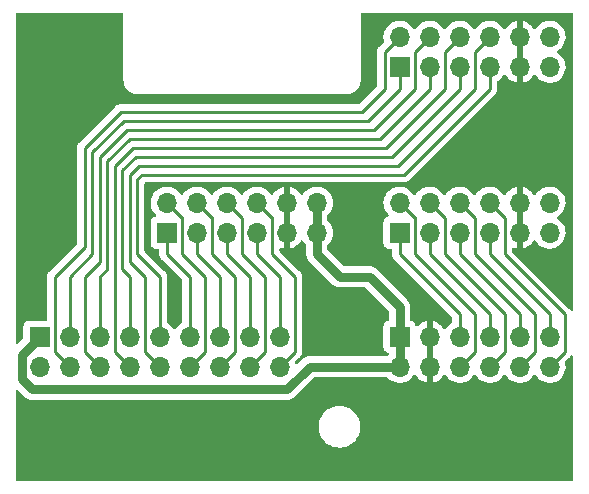
<source format=gbl>
G04 #@! TF.GenerationSoftware,KiCad,Pcbnew,6.0.9-8da3e8f707~116~ubuntu20.04.1*
G04 #@! TF.CreationDate,2022-12-23T11:26:31+01:00*
G04 #@! TF.ProjectId,z_pmod,7a5f706d-6f64-42e6-9b69-6361645f7063,rev?*
G04 #@! TF.SameCoordinates,Original*
G04 #@! TF.FileFunction,Copper,L2,Bot*
G04 #@! TF.FilePolarity,Positive*
%FSLAX46Y46*%
G04 Gerber Fmt 4.6, Leading zero omitted, Abs format (unit mm)*
G04 Created by KiCad (PCBNEW 6.0.9-8da3e8f707~116~ubuntu20.04.1) date 2022-12-23 11:26:31*
%MOMM*%
%LPD*%
G01*
G04 APERTURE LIST*
G04 #@! TA.AperFunction,ComponentPad*
%ADD10R,1.700000X1.700000*%
G04 #@! TD*
G04 #@! TA.AperFunction,ComponentPad*
%ADD11O,1.700000X1.700000*%
G04 #@! TD*
G04 #@! TA.AperFunction,Conductor*
%ADD12C,0.750000*%
G04 #@! TD*
G04 #@! TA.AperFunction,Conductor*
%ADD13C,0.250000*%
G04 #@! TD*
G04 APERTURE END LIST*
D10*
X144780000Y-96520000D03*
D11*
X144780000Y-99060000D03*
X147320000Y-96520000D03*
X147320000Y-99060000D03*
X149860000Y-96520000D03*
X149860000Y-99060000D03*
X152400000Y-96520000D03*
X152400000Y-99060000D03*
X154940000Y-96520000D03*
X154940000Y-99060000D03*
X157480000Y-96520000D03*
X157480000Y-99060000D03*
D10*
X114300000Y-96520000D03*
D11*
X114300000Y-99060000D03*
X116840000Y-96520000D03*
X116840000Y-99060000D03*
X119380000Y-96520000D03*
X119380000Y-99060000D03*
X121920000Y-96520000D03*
X121920000Y-99060000D03*
X124460000Y-96520000D03*
X124460000Y-99060000D03*
X127000000Y-96520000D03*
X127000000Y-99060000D03*
X129540000Y-96520000D03*
X129540000Y-99060000D03*
X132080000Y-96520000D03*
X132080000Y-99060000D03*
X134620000Y-96520000D03*
X134620000Y-99060000D03*
D10*
X125080000Y-87700000D03*
D11*
X125080000Y-85160000D03*
X127620000Y-87700000D03*
X127620000Y-85160000D03*
X130160000Y-87700000D03*
X130160000Y-85160000D03*
X132700000Y-87700000D03*
X132700000Y-85160000D03*
X135240000Y-87700000D03*
X135240000Y-85160000D03*
X137780000Y-87700000D03*
X137780000Y-85160000D03*
D10*
X144780000Y-73660000D03*
D11*
X144780000Y-71120000D03*
X147320000Y-73660000D03*
X147320000Y-71120000D03*
X149860000Y-73660000D03*
X149860000Y-71120000D03*
X152400000Y-73660000D03*
X152400000Y-71120000D03*
X154940000Y-73660000D03*
X154940000Y-71120000D03*
X157480000Y-73660000D03*
X157480000Y-71120000D03*
D10*
X144780000Y-87700000D03*
D11*
X144780000Y-85160000D03*
X147320000Y-87700000D03*
X147320000Y-85160000D03*
X149860000Y-87700000D03*
X149860000Y-85160000D03*
X152400000Y-87700000D03*
X152400000Y-85160000D03*
X154940000Y-87700000D03*
X154940000Y-85160000D03*
X157480000Y-87700000D03*
X157480000Y-85160000D03*
D12*
X137160000Y-99060000D02*
X144780000Y-99060000D01*
X137780000Y-87700000D02*
X137780000Y-89520000D01*
X112776000Y-98044000D02*
X112776000Y-100076000D01*
X137780000Y-89520000D02*
X139700000Y-91440000D01*
X113665000Y-100965000D02*
X135255000Y-100965000D01*
X114300000Y-96520000D02*
X112776000Y-98044000D01*
X142240000Y-91440000D02*
X144780000Y-93980000D01*
X139700000Y-91440000D02*
X142240000Y-91440000D01*
X144780000Y-93980000D02*
X144780000Y-96520000D01*
X137780000Y-87700000D02*
X137780000Y-85160000D01*
X144780000Y-96520000D02*
X144780000Y-99060000D01*
X135255000Y-100965000D02*
X137160000Y-99060000D01*
X112776000Y-100076000D02*
X113665000Y-100965000D01*
D13*
X118745000Y-80899000D02*
X118745000Y-89535000D01*
X118745000Y-89535000D02*
X116840000Y-91440000D01*
X121412000Y-78232000D02*
X118745000Y-80899000D01*
X116840000Y-91440000D02*
X116840000Y-96520000D01*
X142113000Y-78232000D02*
X121412000Y-78232000D01*
X144780000Y-73660000D02*
X144780000Y-75565000D01*
X144780000Y-75565000D02*
X142113000Y-78232000D01*
X141605000Y-77470000D02*
X143510000Y-75565000D01*
X118110000Y-80518000D02*
X121158000Y-77470000D01*
X143510000Y-72390000D02*
X144780000Y-71120000D01*
X143510000Y-75565000D02*
X143510000Y-72390000D01*
X116840000Y-99060000D02*
X115570000Y-97790000D01*
X121158000Y-77470000D02*
X141605000Y-77470000D01*
X115570000Y-91440000D02*
X118110000Y-88900000D01*
X118110000Y-88900000D02*
X118110000Y-80518000D01*
X115570000Y-97790000D02*
X115570000Y-91440000D01*
X147320000Y-73660000D02*
X147320000Y-75563604D01*
X121920000Y-79756000D02*
X120015000Y-81661000D01*
X119380000Y-91440000D02*
X119380000Y-96520000D01*
X143127604Y-79756000D02*
X121920000Y-79756000D01*
X120015000Y-90805000D02*
X119380000Y-91440000D01*
X120015000Y-81661000D02*
X120015000Y-90805000D01*
X147320000Y-75563604D02*
X143127604Y-79756000D01*
X147320000Y-71120000D02*
X146050000Y-72390000D01*
X119380000Y-90170000D02*
X118110000Y-91440000D01*
X142621000Y-78994000D02*
X121666000Y-78994000D01*
X121666000Y-78994000D02*
X119380000Y-81280000D01*
X146050000Y-75565000D02*
X142621000Y-78994000D01*
X119380000Y-81280000D02*
X119380000Y-90170000D01*
X118110000Y-97790000D02*
X119380000Y-99060000D01*
X118110000Y-91440000D02*
X118110000Y-97790000D01*
X146050000Y-72390000D02*
X146050000Y-75565000D01*
X121285000Y-82423000D02*
X121285000Y-90805000D01*
X144145000Y-81280000D02*
X122428000Y-81280000D01*
X149860000Y-75565000D02*
X144145000Y-81280000D01*
X121285000Y-90805000D02*
X121920000Y-91440000D01*
X121920000Y-91440000D02*
X121920000Y-96520000D01*
X122428000Y-81280000D02*
X121285000Y-82423000D01*
X149860000Y-73660000D02*
X149860000Y-75565000D01*
X120650000Y-97790000D02*
X120650000Y-82042000D01*
X122174000Y-80518000D02*
X143637000Y-80518000D01*
X148590000Y-75565000D02*
X148590000Y-72390000D01*
X120650000Y-82042000D02*
X122174000Y-80518000D01*
X121920000Y-99060000D02*
X120650000Y-97790000D01*
X148590000Y-72390000D02*
X149860000Y-71120000D01*
X143637000Y-80518000D02*
X148590000Y-75565000D01*
X122555000Y-83185000D02*
X122936000Y-82804000D01*
X122555000Y-89535000D02*
X122555000Y-83185000D01*
X124460000Y-96520000D02*
X124460000Y-91440000D01*
X124460000Y-91440000D02*
X122555000Y-89535000D01*
X152400000Y-75565000D02*
X152400000Y-73660000D01*
X145161000Y-82804000D02*
X152400000Y-75565000D01*
X122936000Y-82804000D02*
X145161000Y-82804000D01*
X151130000Y-75565000D02*
X151130000Y-72390000D01*
X122682000Y-82042000D02*
X144653000Y-82042000D01*
X121920000Y-82804000D02*
X122682000Y-82042000D01*
X123190000Y-91440000D02*
X121920000Y-90170000D01*
X151130000Y-72390000D02*
X152400000Y-71120000D01*
X144653000Y-82042000D02*
X151130000Y-75565000D01*
X123190000Y-97790000D02*
X123190000Y-91440000D01*
X121920000Y-90170000D02*
X121920000Y-82804000D01*
X124460000Y-99060000D02*
X123190000Y-97790000D01*
X149860000Y-94615000D02*
X149860000Y-96520000D01*
X144780000Y-87700000D02*
X144780000Y-89535000D01*
X144780000Y-89535000D02*
X149860000Y-94615000D01*
X146050000Y-89535000D02*
X151130000Y-94615000D01*
X151130000Y-94615000D02*
X151130000Y-97790000D01*
X144780000Y-85160000D02*
X145980000Y-86360000D01*
X145980000Y-86360000D02*
X146050000Y-86360000D01*
X146050000Y-86360000D02*
X146050000Y-89535000D01*
X151130000Y-97790000D02*
X149860000Y-99060000D01*
X147320000Y-87700000D02*
X147320000Y-89536041D01*
X147320000Y-89536041D02*
X152400000Y-94616041D01*
X152400000Y-94616041D02*
X152400000Y-96520000D01*
X153670000Y-97790000D02*
X152400000Y-99060000D01*
X153670000Y-94615000D02*
X153670000Y-97790000D01*
X148590000Y-89535000D02*
X153670000Y-94615000D01*
X147320000Y-85160000D02*
X148590000Y-86430000D01*
X148590000Y-86430000D02*
X148590000Y-89535000D01*
X154940000Y-94615000D02*
X154940000Y-96520000D01*
X149860000Y-89535000D02*
X154940000Y-94615000D01*
X149860000Y-87700000D02*
X149860000Y-89535000D01*
X156210000Y-94615000D02*
X156210000Y-97790000D01*
X149860000Y-85160000D02*
X151130000Y-86430000D01*
X151130000Y-86430000D02*
X151130000Y-89535000D01*
X151130000Y-89535000D02*
X156210000Y-94615000D01*
X156210000Y-97790000D02*
X154940000Y-99060000D01*
X152400000Y-87700000D02*
X152400000Y-89535000D01*
X157480000Y-94615000D02*
X157480000Y-96520000D01*
X152400000Y-89535000D02*
X157480000Y-94615000D01*
X152400000Y-85160000D02*
X153670000Y-86430000D01*
X158750000Y-94615000D02*
X158750000Y-97790000D01*
X158750000Y-97790000D02*
X157480000Y-99060000D01*
X153670000Y-89535000D02*
X158750000Y-94615000D01*
X153670000Y-86430000D02*
X153670000Y-89535000D01*
X127000000Y-91440000D02*
X127000000Y-96520000D01*
X125080000Y-89520000D02*
X127000000Y-91440000D01*
X125080000Y-87700000D02*
X125080000Y-89520000D01*
X126365000Y-89535000D02*
X126365000Y-86360000D01*
X126365000Y-86360000D02*
X126280000Y-86360000D01*
X128270000Y-91440000D02*
X126365000Y-89535000D01*
X128270000Y-97790000D02*
X128270000Y-91440000D01*
X127000000Y-99060000D02*
X128270000Y-97790000D01*
X126280000Y-86360000D02*
X125080000Y-85160000D01*
X129540000Y-91440000D02*
X129540000Y-96520000D01*
X127620000Y-87700000D02*
X127620000Y-89520000D01*
X127620000Y-89520000D02*
X129540000Y-91440000D01*
X130810000Y-91440000D02*
X130810000Y-97790000D01*
X128905000Y-89535000D02*
X130810000Y-91440000D01*
X128820000Y-86360000D02*
X128905000Y-86360000D01*
X127620000Y-85160000D02*
X128820000Y-86360000D01*
X130810000Y-97790000D02*
X129540000Y-99060000D01*
X128905000Y-86360000D02*
X128905000Y-89535000D01*
X130160000Y-89520000D02*
X132080000Y-91440000D01*
X132080000Y-91440000D02*
X132080000Y-96520000D01*
X130160000Y-87700000D02*
X130160000Y-89520000D01*
X131445000Y-86445000D02*
X131445000Y-89535000D01*
X131445000Y-89535000D02*
X133350000Y-91440000D01*
X133350000Y-91440000D02*
X133350000Y-97790000D01*
X133350000Y-97790000D02*
X132080000Y-99060000D01*
X130160000Y-85160000D02*
X131445000Y-86445000D01*
X132700000Y-89520000D02*
X134620000Y-91440000D01*
X134620000Y-91440000D02*
X134620000Y-96520000D01*
X132700000Y-87700000D02*
X132700000Y-89520000D01*
X134620000Y-99060000D02*
X135890000Y-97790000D01*
X135890000Y-97790000D02*
X135890000Y-91440000D01*
X135890000Y-91440000D02*
X133985000Y-89535000D01*
X133900000Y-86360000D02*
X132700000Y-85160000D01*
X133985000Y-86360000D02*
X133900000Y-86360000D01*
X133985000Y-89535000D02*
X133985000Y-86360000D01*
G04 #@! TA.AperFunction,Conductor*
G36*
X121255018Y-69090000D02*
G01*
X121269853Y-69092310D01*
X121269855Y-69092310D01*
X121278724Y-69093691D01*
X121284508Y-69092935D01*
X121350868Y-69113307D01*
X121396700Y-69167528D01*
X121405165Y-69208873D01*
X121406309Y-69208723D01*
X121406309Y-69208724D01*
X121406329Y-69208873D01*
X121410436Y-69240283D01*
X121411500Y-69256621D01*
X121411500Y-74753633D01*
X121410000Y-74773018D01*
X121407690Y-74787851D01*
X121407690Y-74787855D01*
X121406309Y-74796724D01*
X121407137Y-74803054D01*
X121412337Y-74862491D01*
X121424091Y-74996844D01*
X121424092Y-74996849D01*
X121424571Y-75002325D01*
X121476357Y-75195594D01*
X121478680Y-75200575D01*
X121478680Y-75200576D01*
X121558591Y-75371947D01*
X121558594Y-75371952D01*
X121560917Y-75376934D01*
X121564074Y-75381442D01*
X121671684Y-75535125D01*
X121675682Y-75540835D01*
X121817165Y-75682318D01*
X121821673Y-75685475D01*
X121821676Y-75685477D01*
X121825074Y-75687856D01*
X121981066Y-75797083D01*
X121986048Y-75799406D01*
X121986053Y-75799409D01*
X122157424Y-75879320D01*
X122162406Y-75881643D01*
X122167714Y-75883065D01*
X122167716Y-75883066D01*
X122350360Y-75932005D01*
X122350362Y-75932005D01*
X122355675Y-75933429D01*
X122515102Y-75947377D01*
X122525015Y-75948643D01*
X122530204Y-75949516D01*
X122537656Y-75950770D01*
X122537659Y-75950770D01*
X122542448Y-75951576D01*
X122548724Y-75951652D01*
X122550140Y-75951670D01*
X122550143Y-75951670D01*
X122555000Y-75951729D01*
X122582624Y-75947773D01*
X122600486Y-75946500D01*
X140281750Y-75946500D01*
X140302655Y-75948246D01*
X140317656Y-75950770D01*
X140317659Y-75950770D01*
X140322448Y-75951576D01*
X140328687Y-75951652D01*
X140330140Y-75951670D01*
X140330143Y-75951670D01*
X140335000Y-75951729D01*
X140347037Y-75950005D01*
X140353878Y-75949216D01*
X140421854Y-75943269D01*
X140528844Y-75933909D01*
X140528849Y-75933908D01*
X140534325Y-75933429D01*
X140539638Y-75932005D01*
X140539640Y-75932005D01*
X140722284Y-75883066D01*
X140722286Y-75883065D01*
X140727594Y-75881643D01*
X140732576Y-75879320D01*
X140903947Y-75799409D01*
X140903952Y-75799406D01*
X140908934Y-75797083D01*
X141064926Y-75687856D01*
X141068324Y-75685477D01*
X141068327Y-75685475D01*
X141072835Y-75682318D01*
X141214318Y-75540835D01*
X141218317Y-75535125D01*
X141325926Y-75381442D01*
X141329083Y-75376934D01*
X141331406Y-75371952D01*
X141331409Y-75371947D01*
X141411320Y-75200576D01*
X141411320Y-75200575D01*
X141413643Y-75195594D01*
X141465429Y-75002325D01*
X141479377Y-74842898D01*
X141480644Y-74832978D01*
X141480995Y-74830896D01*
X141483576Y-74815552D01*
X141483729Y-74803000D01*
X141479773Y-74775376D01*
X141478500Y-74757514D01*
X141478500Y-69268250D01*
X141480246Y-69247345D01*
X141482770Y-69232344D01*
X141482770Y-69232341D01*
X141483576Y-69227552D01*
X141483704Y-69217029D01*
X141504533Y-69149157D01*
X141558750Y-69103320D01*
X141598906Y-69095094D01*
X141598723Y-69093691D01*
X141598724Y-69093691D01*
X141630286Y-69089564D01*
X141646621Y-69088500D01*
X159335633Y-69088500D01*
X159355018Y-69090000D01*
X159369853Y-69092310D01*
X159369855Y-69092310D01*
X159378724Y-69093691D01*
X159384508Y-69092935D01*
X159450868Y-69113307D01*
X159496700Y-69167528D01*
X159505165Y-69208873D01*
X159506309Y-69208723D01*
X159506309Y-69208724D01*
X159506329Y-69208873D01*
X159510436Y-69240283D01*
X159511500Y-69256621D01*
X159511500Y-94197551D01*
X159491498Y-94265672D01*
X159437842Y-94312165D01*
X159367568Y-94322269D01*
X159302988Y-94292775D01*
X159277047Y-94261691D01*
X159258580Y-94230466D01*
X159254542Y-94223638D01*
X159240221Y-94209317D01*
X159227380Y-94194283D01*
X159220131Y-94184306D01*
X159215472Y-94177893D01*
X159181395Y-94149702D01*
X159172616Y-94141712D01*
X154340405Y-89309500D01*
X154306379Y-89247188D01*
X154303500Y-89220405D01*
X154303500Y-89093654D01*
X154323502Y-89025533D01*
X154377158Y-88979040D01*
X154447432Y-88968936D01*
X154474448Y-88975944D01*
X154554996Y-89006702D01*
X154564899Y-89009579D01*
X154668250Y-89030606D01*
X154682299Y-89029410D01*
X154686000Y-89019065D01*
X154686000Y-89018517D01*
X155194000Y-89018517D01*
X155198064Y-89032359D01*
X155211478Y-89034393D01*
X155218184Y-89033534D01*
X155228262Y-89031392D01*
X155432255Y-88970191D01*
X155441842Y-88966433D01*
X155633095Y-88872739D01*
X155641945Y-88867464D01*
X155815328Y-88743792D01*
X155823200Y-88737139D01*
X155974052Y-88586812D01*
X155980730Y-88578965D01*
X156108022Y-88401819D01*
X156109279Y-88402722D01*
X156156373Y-88359362D01*
X156226311Y-88347145D01*
X156291751Y-88374678D01*
X156319579Y-88406511D01*
X156379987Y-88505088D01*
X156526250Y-88673938D01*
X156698126Y-88816632D01*
X156891000Y-88929338D01*
X157099692Y-89009030D01*
X157104760Y-89010061D01*
X157104763Y-89010062D01*
X157180806Y-89025533D01*
X157318597Y-89053567D01*
X157323772Y-89053757D01*
X157323774Y-89053757D01*
X157536673Y-89061564D01*
X157536677Y-89061564D01*
X157541837Y-89061753D01*
X157546957Y-89061097D01*
X157546959Y-89061097D01*
X157758288Y-89034025D01*
X157758289Y-89034025D01*
X157763416Y-89033368D01*
X157768366Y-89031883D01*
X157972429Y-88970661D01*
X157972434Y-88970659D01*
X157977384Y-88969174D01*
X158177994Y-88870896D01*
X158359860Y-88741173D01*
X158406722Y-88694475D01*
X158503400Y-88598134D01*
X158518096Y-88583489D01*
X158648453Y-88402077D01*
X158661995Y-88374678D01*
X158745136Y-88206453D01*
X158745137Y-88206451D01*
X158747430Y-88201811D01*
X158812370Y-87988069D01*
X158841529Y-87766590D01*
X158843156Y-87700000D01*
X158824852Y-87477361D01*
X158770431Y-87260702D01*
X158681354Y-87055840D01*
X158560014Y-86868277D01*
X158409670Y-86703051D01*
X158405619Y-86699852D01*
X158405615Y-86699848D01*
X158238414Y-86567800D01*
X158238410Y-86567798D01*
X158234359Y-86564598D01*
X158193053Y-86541796D01*
X158143084Y-86491364D01*
X158128312Y-86421921D01*
X158153428Y-86355516D01*
X158180780Y-86328909D01*
X158224603Y-86297650D01*
X158359860Y-86201173D01*
X158406722Y-86154475D01*
X158514435Y-86047137D01*
X158518096Y-86043489D01*
X158521583Y-86038637D01*
X158645435Y-85866277D01*
X158648453Y-85862077D01*
X158661995Y-85834678D01*
X158745136Y-85666453D01*
X158745137Y-85666451D01*
X158747430Y-85661811D01*
X158812370Y-85448069D01*
X158841529Y-85226590D01*
X158843156Y-85160000D01*
X158824852Y-84937361D01*
X158770431Y-84720702D01*
X158681354Y-84515840D01*
X158560014Y-84328277D01*
X158409670Y-84163051D01*
X158405619Y-84159852D01*
X158405615Y-84159848D01*
X158238414Y-84027800D01*
X158238410Y-84027798D01*
X158234359Y-84024598D01*
X158198028Y-84004542D01*
X158182136Y-83995769D01*
X158038789Y-83916638D01*
X158033920Y-83914914D01*
X158033916Y-83914912D01*
X157833087Y-83843795D01*
X157833083Y-83843794D01*
X157828212Y-83842069D01*
X157823119Y-83841162D01*
X157823116Y-83841161D01*
X157613373Y-83803800D01*
X157613367Y-83803799D01*
X157608284Y-83802894D01*
X157534452Y-83801992D01*
X157390081Y-83800228D01*
X157390079Y-83800228D01*
X157384911Y-83800165D01*
X157164091Y-83833955D01*
X156951756Y-83903357D01*
X156753607Y-84006507D01*
X156749474Y-84009610D01*
X156749471Y-84009612D01*
X156725247Y-84027800D01*
X156574965Y-84140635D01*
X156420629Y-84302138D01*
X156313204Y-84459618D01*
X156312898Y-84460066D01*
X156257987Y-84505069D01*
X156187462Y-84513240D01*
X156123715Y-84481986D01*
X156103018Y-84457502D01*
X156022426Y-84332926D01*
X156016136Y-84324757D01*
X155872806Y-84167240D01*
X155865273Y-84160215D01*
X155698139Y-84028222D01*
X155689552Y-84022517D01*
X155503117Y-83919599D01*
X155493705Y-83915369D01*
X155292959Y-83844280D01*
X155282988Y-83841646D01*
X155211837Y-83828972D01*
X155198540Y-83830432D01*
X155194000Y-83844989D01*
X155194000Y-89018517D01*
X154686000Y-89018517D01*
X154686000Y-83843102D01*
X154682082Y-83829758D01*
X154667806Y-83827771D01*
X154629324Y-83833660D01*
X154619288Y-83836051D01*
X154416868Y-83902212D01*
X154407359Y-83906209D01*
X154218463Y-84004542D01*
X154209738Y-84010036D01*
X154039433Y-84137905D01*
X154031726Y-84144748D01*
X153884590Y-84298717D01*
X153878109Y-84306722D01*
X153773498Y-84460074D01*
X153718587Y-84505076D01*
X153648062Y-84513247D01*
X153584315Y-84481993D01*
X153563618Y-84457509D01*
X153482822Y-84332617D01*
X153482820Y-84332614D01*
X153480014Y-84328277D01*
X153329670Y-84163051D01*
X153325619Y-84159852D01*
X153325615Y-84159848D01*
X153158414Y-84027800D01*
X153158410Y-84027798D01*
X153154359Y-84024598D01*
X153118028Y-84004542D01*
X153102136Y-83995769D01*
X152958789Y-83916638D01*
X152953920Y-83914914D01*
X152953916Y-83914912D01*
X152753087Y-83843795D01*
X152753083Y-83843794D01*
X152748212Y-83842069D01*
X152743119Y-83841162D01*
X152743116Y-83841161D01*
X152533373Y-83803800D01*
X152533367Y-83803799D01*
X152528284Y-83802894D01*
X152454452Y-83801992D01*
X152310081Y-83800228D01*
X152310079Y-83800228D01*
X152304911Y-83800165D01*
X152084091Y-83833955D01*
X151871756Y-83903357D01*
X151673607Y-84006507D01*
X151669474Y-84009610D01*
X151669471Y-84009612D01*
X151645247Y-84027800D01*
X151494965Y-84140635D01*
X151340629Y-84302138D01*
X151233201Y-84459621D01*
X151178293Y-84504621D01*
X151107768Y-84512792D01*
X151044021Y-84481538D01*
X151023324Y-84457054D01*
X150942822Y-84332617D01*
X150942820Y-84332614D01*
X150940014Y-84328277D01*
X150789670Y-84163051D01*
X150785619Y-84159852D01*
X150785615Y-84159848D01*
X150618414Y-84027800D01*
X150618410Y-84027798D01*
X150614359Y-84024598D01*
X150578028Y-84004542D01*
X150562136Y-83995769D01*
X150418789Y-83916638D01*
X150413920Y-83914914D01*
X150413916Y-83914912D01*
X150213087Y-83843795D01*
X150213083Y-83843794D01*
X150208212Y-83842069D01*
X150203119Y-83841162D01*
X150203116Y-83841161D01*
X149993373Y-83803800D01*
X149993367Y-83803799D01*
X149988284Y-83802894D01*
X149914452Y-83801992D01*
X149770081Y-83800228D01*
X149770079Y-83800228D01*
X149764911Y-83800165D01*
X149544091Y-83833955D01*
X149331756Y-83903357D01*
X149133607Y-84006507D01*
X149129474Y-84009610D01*
X149129471Y-84009612D01*
X149105247Y-84027800D01*
X148954965Y-84140635D01*
X148800629Y-84302138D01*
X148693201Y-84459621D01*
X148638293Y-84504621D01*
X148567768Y-84512792D01*
X148504021Y-84481538D01*
X148483324Y-84457054D01*
X148402822Y-84332617D01*
X148402820Y-84332614D01*
X148400014Y-84328277D01*
X148249670Y-84163051D01*
X148245619Y-84159852D01*
X148245615Y-84159848D01*
X148078414Y-84027800D01*
X148078410Y-84027798D01*
X148074359Y-84024598D01*
X148038028Y-84004542D01*
X148022136Y-83995769D01*
X147878789Y-83916638D01*
X147873920Y-83914914D01*
X147873916Y-83914912D01*
X147673087Y-83843795D01*
X147673083Y-83843794D01*
X147668212Y-83842069D01*
X147663119Y-83841162D01*
X147663116Y-83841161D01*
X147453373Y-83803800D01*
X147453367Y-83803799D01*
X147448284Y-83802894D01*
X147374452Y-83801992D01*
X147230081Y-83800228D01*
X147230079Y-83800228D01*
X147224911Y-83800165D01*
X147004091Y-83833955D01*
X146791756Y-83903357D01*
X146593607Y-84006507D01*
X146589474Y-84009610D01*
X146589471Y-84009612D01*
X146565247Y-84027800D01*
X146414965Y-84140635D01*
X146260629Y-84302138D01*
X146153201Y-84459621D01*
X146098293Y-84504621D01*
X146027768Y-84512792D01*
X145964021Y-84481538D01*
X145943324Y-84457054D01*
X145862822Y-84332617D01*
X145862820Y-84332614D01*
X145860014Y-84328277D01*
X145709670Y-84163051D01*
X145705619Y-84159852D01*
X145705615Y-84159848D01*
X145538414Y-84027800D01*
X145538410Y-84027798D01*
X145534359Y-84024598D01*
X145498028Y-84004542D01*
X145482136Y-83995769D01*
X145338789Y-83916638D01*
X145333920Y-83914914D01*
X145333916Y-83914912D01*
X145133087Y-83843795D01*
X145133083Y-83843794D01*
X145128212Y-83842069D01*
X145123119Y-83841162D01*
X145123116Y-83841161D01*
X144913373Y-83803800D01*
X144913367Y-83803799D01*
X144908284Y-83802894D01*
X144834452Y-83801992D01*
X144690081Y-83800228D01*
X144690079Y-83800228D01*
X144684911Y-83800165D01*
X144464091Y-83833955D01*
X144251756Y-83903357D01*
X144053607Y-84006507D01*
X144049474Y-84009610D01*
X144049471Y-84009612D01*
X144025247Y-84027800D01*
X143874965Y-84140635D01*
X143720629Y-84302138D01*
X143594743Y-84486680D01*
X143500688Y-84689305D01*
X143440989Y-84904570D01*
X143417251Y-85126695D01*
X143417548Y-85131848D01*
X143417548Y-85131851D01*
X143423011Y-85226590D01*
X143430110Y-85349715D01*
X143431247Y-85354761D01*
X143431248Y-85354767D01*
X143451119Y-85442939D01*
X143479222Y-85567639D01*
X143563266Y-85774616D01*
X143565965Y-85779020D01*
X143677291Y-85960688D01*
X143679987Y-85965088D01*
X143826250Y-86133938D01*
X143830230Y-86137242D01*
X143834981Y-86141187D01*
X143874616Y-86200090D01*
X143876113Y-86271071D01*
X143838997Y-86331593D01*
X143798725Y-86356112D01*
X143757675Y-86371501D01*
X143683295Y-86399385D01*
X143566739Y-86486739D01*
X143479385Y-86603295D01*
X143428255Y-86739684D01*
X143421500Y-86801866D01*
X143421500Y-88598134D01*
X143428255Y-88660316D01*
X143479385Y-88796705D01*
X143566739Y-88913261D01*
X143683295Y-89000615D01*
X143819684Y-89051745D01*
X143881866Y-89058500D01*
X144020500Y-89058500D01*
X144088621Y-89078502D01*
X144135114Y-89132158D01*
X144146500Y-89184500D01*
X144146500Y-89456233D01*
X144145973Y-89467416D01*
X144144298Y-89474909D01*
X144144547Y-89482835D01*
X144144547Y-89482836D01*
X144146438Y-89542986D01*
X144146500Y-89546945D01*
X144146500Y-89574856D01*
X144146997Y-89578790D01*
X144146997Y-89578791D01*
X144147005Y-89578856D01*
X144147938Y-89590693D01*
X144149327Y-89634889D01*
X144154408Y-89652377D01*
X144154978Y-89654339D01*
X144158987Y-89673700D01*
X144161526Y-89693797D01*
X144164445Y-89701168D01*
X144164445Y-89701170D01*
X144177804Y-89734912D01*
X144181649Y-89746142D01*
X144193982Y-89788593D01*
X144198015Y-89795412D01*
X144198017Y-89795417D01*
X144204293Y-89806028D01*
X144212988Y-89823776D01*
X144220448Y-89842617D01*
X144225110Y-89849033D01*
X144225110Y-89849034D01*
X144246436Y-89878387D01*
X144252952Y-89888307D01*
X144275458Y-89926362D01*
X144289779Y-89940683D01*
X144302619Y-89955716D01*
X144314528Y-89972107D01*
X144345775Y-89997957D01*
X144348605Y-90000298D01*
X144357384Y-90008288D01*
X149189595Y-94840500D01*
X149223621Y-94902812D01*
X149226500Y-94929595D01*
X149226500Y-95241692D01*
X149206498Y-95309813D01*
X149158683Y-95353453D01*
X149133607Y-95366507D01*
X149129474Y-95369610D01*
X149129471Y-95369612D01*
X148959100Y-95497530D01*
X148954965Y-95500635D01*
X148800629Y-95662138D01*
X148693204Y-95819618D01*
X148692898Y-95820066D01*
X148637987Y-95865069D01*
X148567462Y-95873240D01*
X148503715Y-95841986D01*
X148483018Y-95817502D01*
X148402426Y-95692926D01*
X148396136Y-95684757D01*
X148252806Y-95527240D01*
X148245273Y-95520215D01*
X148078139Y-95388222D01*
X148069552Y-95382517D01*
X147883117Y-95279599D01*
X147873705Y-95275369D01*
X147672959Y-95204280D01*
X147662988Y-95201646D01*
X147591837Y-95188972D01*
X147578540Y-95190432D01*
X147574000Y-95204989D01*
X147574000Y-100378517D01*
X147578064Y-100392359D01*
X147591478Y-100394393D01*
X147598184Y-100393534D01*
X147608262Y-100391392D01*
X147812255Y-100330191D01*
X147821842Y-100326433D01*
X148013095Y-100232739D01*
X148021945Y-100227464D01*
X148195328Y-100103792D01*
X148203200Y-100097139D01*
X148354052Y-99946812D01*
X148360730Y-99938965D01*
X148488022Y-99761819D01*
X148489279Y-99762722D01*
X148536373Y-99719362D01*
X148606311Y-99707145D01*
X148671751Y-99734678D01*
X148699579Y-99766511D01*
X148759987Y-99865088D01*
X148906250Y-100033938D01*
X149078126Y-100176632D01*
X149271000Y-100289338D01*
X149479692Y-100369030D01*
X149484760Y-100370061D01*
X149484763Y-100370062D01*
X149579862Y-100389410D01*
X149698597Y-100413567D01*
X149703772Y-100413757D01*
X149703774Y-100413757D01*
X149916673Y-100421564D01*
X149916677Y-100421564D01*
X149921837Y-100421753D01*
X149926957Y-100421097D01*
X149926959Y-100421097D01*
X150138288Y-100394025D01*
X150138289Y-100394025D01*
X150143416Y-100393368D01*
X150148366Y-100391883D01*
X150352429Y-100330661D01*
X150352434Y-100330659D01*
X150357384Y-100329174D01*
X150557994Y-100230896D01*
X150739860Y-100101173D01*
X150898096Y-99943489D01*
X151028453Y-99762077D01*
X151029776Y-99763028D01*
X151076645Y-99719857D01*
X151146580Y-99707625D01*
X151212026Y-99735144D01*
X151239875Y-99766994D01*
X151299987Y-99865088D01*
X151446250Y-100033938D01*
X151618126Y-100176632D01*
X151811000Y-100289338D01*
X152019692Y-100369030D01*
X152024760Y-100370061D01*
X152024763Y-100370062D01*
X152119862Y-100389410D01*
X152238597Y-100413567D01*
X152243772Y-100413757D01*
X152243774Y-100413757D01*
X152456673Y-100421564D01*
X152456677Y-100421564D01*
X152461837Y-100421753D01*
X152466957Y-100421097D01*
X152466959Y-100421097D01*
X152678288Y-100394025D01*
X152678289Y-100394025D01*
X152683416Y-100393368D01*
X152688366Y-100391883D01*
X152892429Y-100330661D01*
X152892434Y-100330659D01*
X152897384Y-100329174D01*
X153097994Y-100230896D01*
X153279860Y-100101173D01*
X153438096Y-99943489D01*
X153568453Y-99762077D01*
X153569776Y-99763028D01*
X153616645Y-99719857D01*
X153686580Y-99707625D01*
X153752026Y-99735144D01*
X153779875Y-99766994D01*
X153839987Y-99865088D01*
X153986250Y-100033938D01*
X154158126Y-100176632D01*
X154351000Y-100289338D01*
X154559692Y-100369030D01*
X154564760Y-100370061D01*
X154564763Y-100370062D01*
X154659862Y-100389410D01*
X154778597Y-100413567D01*
X154783772Y-100413757D01*
X154783774Y-100413757D01*
X154996673Y-100421564D01*
X154996677Y-100421564D01*
X155001837Y-100421753D01*
X155006957Y-100421097D01*
X155006959Y-100421097D01*
X155218288Y-100394025D01*
X155218289Y-100394025D01*
X155223416Y-100393368D01*
X155228366Y-100391883D01*
X155432429Y-100330661D01*
X155432434Y-100330659D01*
X155437384Y-100329174D01*
X155637994Y-100230896D01*
X155819860Y-100101173D01*
X155978096Y-99943489D01*
X156108453Y-99762077D01*
X156109776Y-99763028D01*
X156156645Y-99719857D01*
X156226580Y-99707625D01*
X156292026Y-99735144D01*
X156319875Y-99766994D01*
X156379987Y-99865088D01*
X156526250Y-100033938D01*
X156698126Y-100176632D01*
X156891000Y-100289338D01*
X157099692Y-100369030D01*
X157104760Y-100370061D01*
X157104763Y-100370062D01*
X157199862Y-100389410D01*
X157318597Y-100413567D01*
X157323772Y-100413757D01*
X157323774Y-100413757D01*
X157536673Y-100421564D01*
X157536677Y-100421564D01*
X157541837Y-100421753D01*
X157546957Y-100421097D01*
X157546959Y-100421097D01*
X157758288Y-100394025D01*
X157758289Y-100394025D01*
X157763416Y-100393368D01*
X157768366Y-100391883D01*
X157972429Y-100330661D01*
X157972434Y-100330659D01*
X157977384Y-100329174D01*
X158177994Y-100230896D01*
X158359860Y-100101173D01*
X158518096Y-99943489D01*
X158648453Y-99762077D01*
X158661995Y-99734678D01*
X158745136Y-99566453D01*
X158745137Y-99566451D01*
X158747430Y-99561811D01*
X158812370Y-99348069D01*
X158841529Y-99126590D01*
X158843156Y-99060000D01*
X158824852Y-98837361D01*
X158796821Y-98725765D01*
X158799625Y-98654823D01*
X158829930Y-98605974D01*
X159142247Y-98293657D01*
X159150537Y-98286113D01*
X159157018Y-98282000D01*
X159203659Y-98232332D01*
X159206413Y-98229491D01*
X159226134Y-98209770D01*
X159228612Y-98206575D01*
X159236318Y-98197553D01*
X159244718Y-98188608D01*
X159266586Y-98165321D01*
X159275085Y-98149861D01*
X159325430Y-98099802D01*
X159394846Y-98084908D01*
X159461296Y-98109908D01*
X159503680Y-98166865D01*
X159511500Y-98210561D01*
X159511500Y-108535633D01*
X159510000Y-108555018D01*
X159506309Y-108578724D01*
X159507065Y-108584508D01*
X159486693Y-108650868D01*
X159432472Y-108696700D01*
X159391127Y-108705165D01*
X159391277Y-108706309D01*
X159391276Y-108706309D01*
X159359714Y-108710436D01*
X159343379Y-108711500D01*
X112444367Y-108711500D01*
X112424982Y-108710000D01*
X112410148Y-108707690D01*
X112410145Y-108707690D01*
X112401276Y-108706309D01*
X112396065Y-108706990D01*
X112329984Y-108686706D01*
X112284150Y-108632486D01*
X112273671Y-108589778D01*
X112273729Y-108585000D01*
X112269773Y-108557376D01*
X112268500Y-108539514D01*
X112268500Y-104247655D01*
X137939858Y-104247655D01*
X137975104Y-104506638D01*
X137976412Y-104511124D01*
X137976412Y-104511126D01*
X137996098Y-104578664D01*
X138048243Y-104757567D01*
X138157668Y-104994928D01*
X138160231Y-104998837D01*
X138298410Y-105209596D01*
X138298414Y-105209601D01*
X138300976Y-105213509D01*
X138475018Y-105408506D01*
X138675970Y-105575637D01*
X138679973Y-105578066D01*
X138895422Y-105708804D01*
X138895426Y-105708806D01*
X138899419Y-105711229D01*
X139140455Y-105812303D01*
X139393783Y-105876641D01*
X139398434Y-105877109D01*
X139398438Y-105877110D01*
X139591308Y-105896531D01*
X139610867Y-105898500D01*
X139766354Y-105898500D01*
X139768679Y-105898327D01*
X139768685Y-105898327D01*
X139956000Y-105884407D01*
X139956004Y-105884406D01*
X139960652Y-105884061D01*
X139965200Y-105883032D01*
X139965206Y-105883031D01*
X140151601Y-105840853D01*
X140215577Y-105826377D01*
X140251769Y-105812303D01*
X140454824Y-105733340D01*
X140454827Y-105733339D01*
X140459177Y-105731647D01*
X140686098Y-105601951D01*
X140891357Y-105440138D01*
X141070443Y-105249763D01*
X141219424Y-105035009D01*
X141335025Y-104800593D01*
X141414707Y-104551665D01*
X141456721Y-104293693D01*
X141460142Y-104032345D01*
X141424896Y-103773362D01*
X141410473Y-103723877D01*
X141353068Y-103526932D01*
X141351757Y-103522433D01*
X141242332Y-103285072D01*
X141209519Y-103235024D01*
X141101590Y-103070404D01*
X141101586Y-103070399D01*
X141099024Y-103066491D01*
X140924982Y-102871494D01*
X140724030Y-102704363D01*
X140676844Y-102675730D01*
X140504578Y-102571196D01*
X140504574Y-102571194D01*
X140500581Y-102568771D01*
X140259545Y-102467697D01*
X140006217Y-102403359D01*
X140001566Y-102402891D01*
X140001562Y-102402890D01*
X139792271Y-102381816D01*
X139789133Y-102381500D01*
X139633646Y-102381500D01*
X139631321Y-102381673D01*
X139631315Y-102381673D01*
X139444000Y-102395593D01*
X139443996Y-102395594D01*
X139439348Y-102395939D01*
X139434800Y-102396968D01*
X139434794Y-102396969D01*
X139248399Y-102439147D01*
X139184423Y-102453623D01*
X139180071Y-102455315D01*
X139180069Y-102455316D01*
X138945176Y-102546660D01*
X138945173Y-102546661D01*
X138940823Y-102548353D01*
X138713902Y-102678049D01*
X138508643Y-102839862D01*
X138329557Y-103030237D01*
X138180576Y-103244991D01*
X138064975Y-103479407D01*
X137985293Y-103728335D01*
X137943279Y-103986307D01*
X137939858Y-104247655D01*
X112268500Y-104247655D01*
X112268500Y-101122149D01*
X112288502Y-101054028D01*
X112342158Y-101007535D01*
X112412432Y-100997431D01*
X112477012Y-101026925D01*
X112483595Y-101033053D01*
X112984088Y-101533545D01*
X112996930Y-101548581D01*
X113004815Y-101559434D01*
X113009725Y-101563855D01*
X113009726Y-101563856D01*
X113054194Y-101603895D01*
X113058970Y-101608427D01*
X113073015Y-101622472D01*
X113075575Y-101624545D01*
X113075576Y-101624546D01*
X113088443Y-101634966D01*
X113093453Y-101639246D01*
X113137921Y-101679284D01*
X113137926Y-101679288D01*
X113142831Y-101683704D01*
X113148543Y-101687002D01*
X113148546Y-101687004D01*
X113154446Y-101690410D01*
X113170741Y-101701609D01*
X113181161Y-101710047D01*
X113240363Y-101740213D01*
X113246133Y-101743346D01*
X113297945Y-101773260D01*
X113297950Y-101773262D01*
X113303669Y-101776564D01*
X113309949Y-101778605D01*
X113309957Y-101778608D01*
X113316421Y-101780708D01*
X113334683Y-101788272D01*
X113340749Y-101791363D01*
X113340758Y-101791366D01*
X113346637Y-101794362D01*
X113353015Y-101796071D01*
X113410804Y-101811556D01*
X113417106Y-101813422D01*
X113480298Y-101833954D01*
X113493205Y-101835311D01*
X113493628Y-101835355D01*
X113513071Y-101838958D01*
X113526029Y-101842430D01*
X113532619Y-101842775D01*
X113532623Y-101842776D01*
X113576573Y-101845079D01*
X113592372Y-101845907D01*
X113598931Y-101846423D01*
X113618694Y-101848500D01*
X113638555Y-101848500D01*
X113645150Y-101848673D01*
X113704902Y-101851805D01*
X113704906Y-101851805D01*
X113711493Y-101852150D01*
X113724747Y-101850051D01*
X113744456Y-101848500D01*
X135175543Y-101848500D01*
X135195255Y-101850051D01*
X135208507Y-101852150D01*
X135215094Y-101851805D01*
X135215098Y-101851805D01*
X135274850Y-101848673D01*
X135281445Y-101848500D01*
X135301306Y-101848500D01*
X135321069Y-101846423D01*
X135327628Y-101845907D01*
X135343427Y-101845079D01*
X135387377Y-101842776D01*
X135387381Y-101842775D01*
X135393971Y-101842430D01*
X135406929Y-101838958D01*
X135426372Y-101835355D01*
X135426795Y-101835311D01*
X135439702Y-101833954D01*
X135502894Y-101813422D01*
X135509196Y-101811556D01*
X135566985Y-101796071D01*
X135573363Y-101794362D01*
X135579242Y-101791366D01*
X135579251Y-101791363D01*
X135585317Y-101788272D01*
X135603579Y-101780708D01*
X135610043Y-101778608D01*
X135610051Y-101778605D01*
X135616331Y-101776564D01*
X135622050Y-101773262D01*
X135622055Y-101773260D01*
X135673867Y-101743346D01*
X135679637Y-101740213D01*
X135738839Y-101710047D01*
X135749259Y-101701609D01*
X135765552Y-101690411D01*
X135765903Y-101690209D01*
X135777169Y-101683704D01*
X135782075Y-101679287D01*
X135782080Y-101679283D01*
X135826538Y-101639253D01*
X135831554Y-101634969D01*
X135844409Y-101624559D01*
X135844412Y-101624556D01*
X135846986Y-101622472D01*
X135861031Y-101608427D01*
X135865816Y-101603886D01*
X135910274Y-101563856D01*
X135910275Y-101563855D01*
X135915185Y-101559434D01*
X135923075Y-101548574D01*
X135935912Y-101533546D01*
X137489052Y-99980405D01*
X137551364Y-99946380D01*
X137578147Y-99943500D01*
X143690357Y-99943500D01*
X143758478Y-99963502D01*
X143785589Y-99986998D01*
X143826250Y-100033938D01*
X143998126Y-100176632D01*
X144191000Y-100289338D01*
X144399692Y-100369030D01*
X144404760Y-100370061D01*
X144404763Y-100370062D01*
X144499862Y-100389410D01*
X144618597Y-100413567D01*
X144623772Y-100413757D01*
X144623774Y-100413757D01*
X144836673Y-100421564D01*
X144836677Y-100421564D01*
X144841837Y-100421753D01*
X144846957Y-100421097D01*
X144846959Y-100421097D01*
X145058288Y-100394025D01*
X145058289Y-100394025D01*
X145063416Y-100393368D01*
X145068366Y-100391883D01*
X145272429Y-100330661D01*
X145272434Y-100330659D01*
X145277384Y-100329174D01*
X145477994Y-100230896D01*
X145659860Y-100101173D01*
X145818096Y-99943489D01*
X145948453Y-99762077D01*
X145949640Y-99762930D01*
X145996960Y-99719362D01*
X146066897Y-99707145D01*
X146132338Y-99734678D01*
X146160166Y-99766511D01*
X146217694Y-99860388D01*
X146223777Y-99868699D01*
X146363213Y-100029667D01*
X146370580Y-100036883D01*
X146534434Y-100172916D01*
X146542881Y-100178831D01*
X146726756Y-100286279D01*
X146736042Y-100290729D01*
X146935001Y-100366703D01*
X146944899Y-100369579D01*
X147048250Y-100390606D01*
X147062299Y-100389410D01*
X147066000Y-100379065D01*
X147066000Y-95203102D01*
X147062082Y-95189758D01*
X147047806Y-95187771D01*
X147009324Y-95193660D01*
X146999288Y-95196051D01*
X146796868Y-95262212D01*
X146787359Y-95266209D01*
X146598463Y-95364542D01*
X146589738Y-95370036D01*
X146419433Y-95497905D01*
X146411726Y-95504748D01*
X146334478Y-95585584D01*
X146272954Y-95621014D01*
X146202042Y-95617557D01*
X146144255Y-95576311D01*
X146125402Y-95542763D01*
X146083767Y-95431703D01*
X146080615Y-95423295D01*
X145993261Y-95306739D01*
X145876705Y-95219385D01*
X145838304Y-95204989D01*
X145745270Y-95170112D01*
X145688506Y-95127470D01*
X145663806Y-95060909D01*
X145663500Y-95052130D01*
X145663500Y-94059450D01*
X145665051Y-94039739D01*
X145666117Y-94033009D01*
X145667149Y-94026493D01*
X145663673Y-93960168D01*
X145663500Y-93953574D01*
X145663500Y-93933694D01*
X145661422Y-93913920D01*
X145660905Y-93907346D01*
X145657775Y-93847627D01*
X145657775Y-93847626D01*
X145657429Y-93841028D01*
X145655719Y-93834646D01*
X145655718Y-93834639D01*
X145653958Y-93828069D01*
X145650356Y-93808635D01*
X145649645Y-93801870D01*
X145649645Y-93801869D01*
X145648954Y-93795298D01*
X145628427Y-93732122D01*
X145626555Y-93725803D01*
X145611071Y-93668013D01*
X145611069Y-93668008D01*
X145609362Y-93661637D01*
X145606366Y-93655756D01*
X145606364Y-93655752D01*
X145603272Y-93649683D01*
X145595708Y-93631421D01*
X145593605Y-93624949D01*
X145593603Y-93624945D01*
X145591564Y-93618669D01*
X145588263Y-93612951D01*
X145558347Y-93561135D01*
X145555199Y-93555338D01*
X145528042Y-93502038D01*
X145525047Y-93496160D01*
X145516607Y-93485737D01*
X145505413Y-93469451D01*
X145498704Y-93457831D01*
X145494285Y-93452923D01*
X145494282Y-93452919D01*
X145454255Y-93408464D01*
X145449971Y-93403449D01*
X145439547Y-93390576D01*
X145439544Y-93390573D01*
X145437472Y-93388014D01*
X145423427Y-93373969D01*
X145418886Y-93369184D01*
X145378856Y-93324726D01*
X145378855Y-93324725D01*
X145374434Y-93319815D01*
X145363574Y-93311925D01*
X145348546Y-93299088D01*
X142920912Y-90871454D01*
X142908075Y-90856426D01*
X142900185Y-90845566D01*
X142850816Y-90801114D01*
X142846031Y-90796573D01*
X142831986Y-90782528D01*
X142829409Y-90780441D01*
X142816554Y-90770031D01*
X142811538Y-90765747D01*
X142767080Y-90725717D01*
X142767075Y-90725713D01*
X142762169Y-90721296D01*
X142750552Y-90714589D01*
X142734259Y-90703391D01*
X142728971Y-90699109D01*
X142723839Y-90694953D01*
X142664637Y-90664787D01*
X142658867Y-90661654D01*
X142607055Y-90631740D01*
X142607050Y-90631738D01*
X142601331Y-90628436D01*
X142595051Y-90626395D01*
X142595043Y-90626392D01*
X142588579Y-90624292D01*
X142570317Y-90616728D01*
X142564251Y-90613637D01*
X142564242Y-90613634D01*
X142558363Y-90610638D01*
X142547672Y-90607773D01*
X142494196Y-90593444D01*
X142487894Y-90591578D01*
X142424702Y-90571046D01*
X142411372Y-90569645D01*
X142391929Y-90566042D01*
X142378971Y-90562570D01*
X142372381Y-90562225D01*
X142372377Y-90562224D01*
X142328427Y-90559921D01*
X142312628Y-90559093D01*
X142306069Y-90558577D01*
X142286306Y-90556500D01*
X142266445Y-90556500D01*
X142259850Y-90556327D01*
X142200098Y-90553195D01*
X142200094Y-90553195D01*
X142193507Y-90552850D01*
X142180253Y-90554949D01*
X142160544Y-90556500D01*
X140118148Y-90556500D01*
X140050027Y-90536498D01*
X140029053Y-90519595D01*
X138700405Y-89190947D01*
X138666379Y-89128635D01*
X138663500Y-89101852D01*
X138663500Y-88789866D01*
X138683502Y-88721745D01*
X138700560Y-88700615D01*
X138818096Y-88583489D01*
X138948453Y-88402077D01*
X138961995Y-88374678D01*
X139045136Y-88206453D01*
X139045137Y-88206451D01*
X139047430Y-88201811D01*
X139112370Y-87988069D01*
X139141529Y-87766590D01*
X139143156Y-87700000D01*
X139124852Y-87477361D01*
X139070431Y-87260702D01*
X138981354Y-87055840D01*
X138860014Y-86868277D01*
X138709670Y-86703051D01*
X138705612Y-86699846D01*
X138703572Y-86697944D01*
X138667391Y-86636859D01*
X138663500Y-86605790D01*
X138663500Y-86249866D01*
X138683502Y-86181745D01*
X138700560Y-86160615D01*
X138818096Y-86043489D01*
X138821583Y-86038637D01*
X138945435Y-85866277D01*
X138948453Y-85862077D01*
X138961995Y-85834678D01*
X139045136Y-85666453D01*
X139045137Y-85666451D01*
X139047430Y-85661811D01*
X139112370Y-85448069D01*
X139141529Y-85226590D01*
X139143156Y-85160000D01*
X139124852Y-84937361D01*
X139070431Y-84720702D01*
X138981354Y-84515840D01*
X138860014Y-84328277D01*
X138709670Y-84163051D01*
X138705619Y-84159852D01*
X138705615Y-84159848D01*
X138538414Y-84027800D01*
X138538410Y-84027798D01*
X138534359Y-84024598D01*
X138498028Y-84004542D01*
X138482136Y-83995769D01*
X138338789Y-83916638D01*
X138333920Y-83914914D01*
X138333916Y-83914912D01*
X138133087Y-83843795D01*
X138133083Y-83843794D01*
X138128212Y-83842069D01*
X138123119Y-83841162D01*
X138123116Y-83841161D01*
X137913373Y-83803800D01*
X137913367Y-83803799D01*
X137908284Y-83802894D01*
X137834452Y-83801992D01*
X137690081Y-83800228D01*
X137690079Y-83800228D01*
X137684911Y-83800165D01*
X137464091Y-83833955D01*
X137251756Y-83903357D01*
X137053607Y-84006507D01*
X137049474Y-84009610D01*
X137049471Y-84009612D01*
X137025247Y-84027800D01*
X136874965Y-84140635D01*
X136720629Y-84302138D01*
X136613204Y-84459618D01*
X136612898Y-84460066D01*
X136557987Y-84505069D01*
X136487462Y-84513240D01*
X136423715Y-84481986D01*
X136403018Y-84457502D01*
X136322426Y-84332926D01*
X136316136Y-84324757D01*
X136172806Y-84167240D01*
X136165273Y-84160215D01*
X135998139Y-84028222D01*
X135989552Y-84022517D01*
X135803117Y-83919599D01*
X135793705Y-83915369D01*
X135592959Y-83844280D01*
X135582988Y-83841646D01*
X135511837Y-83828972D01*
X135498540Y-83830432D01*
X135494000Y-83844989D01*
X135494000Y-89018517D01*
X135498064Y-89032359D01*
X135511478Y-89034393D01*
X135518184Y-89033534D01*
X135528262Y-89031392D01*
X135732255Y-88970191D01*
X135741842Y-88966433D01*
X135933095Y-88872739D01*
X135941945Y-88867464D01*
X136115328Y-88743792D01*
X136123200Y-88737139D01*
X136274052Y-88586812D01*
X136280730Y-88578965D01*
X136408022Y-88401819D01*
X136409279Y-88402722D01*
X136456373Y-88359362D01*
X136526311Y-88347145D01*
X136591751Y-88374678D01*
X136619579Y-88406511D01*
X136679987Y-88505088D01*
X136826250Y-88673938D01*
X136830230Y-88677242D01*
X136850986Y-88694475D01*
X136890621Y-88753378D01*
X136896500Y-88791418D01*
X136896500Y-89440543D01*
X136894949Y-89460255D01*
X136892850Y-89473507D01*
X136893195Y-89480094D01*
X136893195Y-89480098D01*
X136896327Y-89539850D01*
X136896500Y-89546445D01*
X136896500Y-89566306D01*
X136897487Y-89575699D01*
X136898576Y-89586059D01*
X136899093Y-89592633D01*
X136901707Y-89642497D01*
X136902570Y-89658971D01*
X136906042Y-89671929D01*
X136909645Y-89691372D01*
X136911046Y-89704702D01*
X136931578Y-89767894D01*
X136933444Y-89774196D01*
X136950638Y-89838363D01*
X136953634Y-89844242D01*
X136953637Y-89844251D01*
X136956728Y-89850317D01*
X136964292Y-89868579D01*
X136966392Y-89875043D01*
X136966395Y-89875051D01*
X136968436Y-89881331D01*
X136971738Y-89887050D01*
X136971740Y-89887055D01*
X137001654Y-89938867D01*
X137004787Y-89944637D01*
X137034953Y-90003839D01*
X137039109Y-90008971D01*
X137043391Y-90014259D01*
X137054589Y-90030552D01*
X137061296Y-90042169D01*
X137065713Y-90047075D01*
X137065717Y-90047080D01*
X137105747Y-90091538D01*
X137110031Y-90096554D01*
X137120441Y-90109409D01*
X137122528Y-90111986D01*
X137136573Y-90126031D01*
X137141114Y-90130816D01*
X137185566Y-90180185D01*
X137196426Y-90188075D01*
X137211454Y-90200912D01*
X139019088Y-92008546D01*
X139031925Y-92023574D01*
X139039815Y-92034434D01*
X139044725Y-92038855D01*
X139044726Y-92038856D01*
X139089184Y-92078886D01*
X139093969Y-92083427D01*
X139108014Y-92097472D01*
X139110588Y-92099556D01*
X139110591Y-92099559D01*
X139123446Y-92109969D01*
X139128462Y-92114253D01*
X139172920Y-92154283D01*
X139172925Y-92154287D01*
X139177831Y-92158704D01*
X139189097Y-92165209D01*
X139189448Y-92165411D01*
X139205741Y-92176609D01*
X139216161Y-92185047D01*
X139275363Y-92215213D01*
X139281133Y-92218346D01*
X139332945Y-92248260D01*
X139332950Y-92248262D01*
X139338669Y-92251564D01*
X139344949Y-92253605D01*
X139344957Y-92253608D01*
X139351421Y-92255708D01*
X139369683Y-92263272D01*
X139375749Y-92266363D01*
X139375758Y-92266366D01*
X139381637Y-92269362D01*
X139388015Y-92271071D01*
X139445804Y-92286556D01*
X139452106Y-92288422D01*
X139515298Y-92308954D01*
X139528205Y-92310311D01*
X139528628Y-92310355D01*
X139548071Y-92313958D01*
X139561029Y-92317430D01*
X139567619Y-92317775D01*
X139567623Y-92317776D01*
X139611573Y-92320079D01*
X139627372Y-92320907D01*
X139633931Y-92321423D01*
X139653694Y-92323500D01*
X139673555Y-92323500D01*
X139680150Y-92323673D01*
X139739902Y-92326805D01*
X139739906Y-92326805D01*
X139746493Y-92327150D01*
X139759747Y-92325051D01*
X139779456Y-92323500D01*
X141821852Y-92323500D01*
X141889973Y-92343502D01*
X141910947Y-92360405D01*
X143859595Y-94309053D01*
X143893621Y-94371365D01*
X143896500Y-94398148D01*
X143896500Y-95052130D01*
X143876498Y-95120251D01*
X143822842Y-95166744D01*
X143814730Y-95170112D01*
X143721696Y-95204989D01*
X143683295Y-95219385D01*
X143566739Y-95306739D01*
X143479385Y-95423295D01*
X143428255Y-95559684D01*
X143421500Y-95621866D01*
X143421500Y-97418134D01*
X143428255Y-97480316D01*
X143479385Y-97616705D01*
X143566739Y-97733261D01*
X143683295Y-97820615D01*
X143691704Y-97823767D01*
X143691705Y-97823768D01*
X143800451Y-97864535D01*
X143857216Y-97907176D01*
X143881916Y-97973738D01*
X143866709Y-98043087D01*
X143847316Y-98069568D01*
X143782350Y-98137551D01*
X143720826Y-98172981D01*
X143691256Y-98176500D01*
X137239457Y-98176500D01*
X137219745Y-98174949D01*
X137213008Y-98173882D01*
X137213009Y-98173882D01*
X137206493Y-98172850D01*
X137199906Y-98173195D01*
X137199902Y-98173195D01*
X137140150Y-98176327D01*
X137133555Y-98176500D01*
X137113694Y-98176500D01*
X137093931Y-98178577D01*
X137087372Y-98179093D01*
X137071573Y-98179921D01*
X137027623Y-98182224D01*
X137027619Y-98182225D01*
X137021029Y-98182570D01*
X137008071Y-98186042D01*
X136988628Y-98189645D01*
X136975298Y-98191046D01*
X136912106Y-98211578D01*
X136905804Y-98213444D01*
X136864730Y-98224450D01*
X136841637Y-98230638D01*
X136835758Y-98233634D01*
X136835749Y-98233637D01*
X136829683Y-98236728D01*
X136811421Y-98244292D01*
X136804957Y-98246392D01*
X136804949Y-98246395D01*
X136798669Y-98248436D01*
X136792950Y-98251738D01*
X136792945Y-98251740D01*
X136741133Y-98281654D01*
X136735363Y-98284787D01*
X136676161Y-98314953D01*
X136666309Y-98322931D01*
X136665742Y-98323390D01*
X136649446Y-98334590D01*
X136643546Y-98337996D01*
X136643543Y-98337998D01*
X136637831Y-98341296D01*
X136632926Y-98345712D01*
X136632921Y-98345716D01*
X136588453Y-98385754D01*
X136583443Y-98390034D01*
X136568015Y-98402528D01*
X136553979Y-98416564D01*
X136549194Y-98421105D01*
X136499815Y-98465566D01*
X136495935Y-98470906D01*
X136495928Y-98470914D01*
X136491927Y-98476422D01*
X136479086Y-98491457D01*
X136155801Y-98814742D01*
X136093489Y-98848768D01*
X136022674Y-98843703D01*
X135965838Y-98801156D01*
X135944502Y-98756344D01*
X135936821Y-98725766D01*
X135939625Y-98654825D01*
X135969930Y-98605974D01*
X136282247Y-98293657D01*
X136290537Y-98286113D01*
X136297018Y-98282000D01*
X136343659Y-98232332D01*
X136346413Y-98229491D01*
X136366134Y-98209770D01*
X136368612Y-98206575D01*
X136376318Y-98197553D01*
X136384718Y-98188608D01*
X136406586Y-98165321D01*
X136416346Y-98147568D01*
X136427199Y-98131045D01*
X136434753Y-98121306D01*
X136439613Y-98115041D01*
X136457176Y-98074457D01*
X136462383Y-98063827D01*
X136483695Y-98025060D01*
X136485666Y-98017383D01*
X136485668Y-98017378D01*
X136488732Y-98005442D01*
X136495138Y-97986730D01*
X136500033Y-97975419D01*
X136503181Y-97968145D01*
X136504421Y-97960317D01*
X136504423Y-97960310D01*
X136510099Y-97924476D01*
X136512505Y-97912856D01*
X136521528Y-97877711D01*
X136521528Y-97877710D01*
X136523500Y-97870030D01*
X136523500Y-97849776D01*
X136525051Y-97830065D01*
X136526980Y-97817886D01*
X136528220Y-97810057D01*
X136524059Y-97766038D01*
X136523500Y-97754181D01*
X136523500Y-91518767D01*
X136524027Y-91507584D01*
X136525702Y-91500091D01*
X136524567Y-91463961D01*
X136523562Y-91432001D01*
X136523500Y-91428043D01*
X136523500Y-91400144D01*
X136522996Y-91396153D01*
X136522063Y-91384311D01*
X136521548Y-91367899D01*
X136520674Y-91340111D01*
X136518462Y-91332497D01*
X136518461Y-91332492D01*
X136515023Y-91320659D01*
X136511012Y-91301295D01*
X136509467Y-91289064D01*
X136508474Y-91281203D01*
X136505557Y-91273836D01*
X136505556Y-91273831D01*
X136492198Y-91240092D01*
X136488354Y-91228865D01*
X136483633Y-91212616D01*
X136476018Y-91186407D01*
X136465707Y-91168972D01*
X136457012Y-91151224D01*
X136449552Y-91132383D01*
X136423564Y-91096613D01*
X136417048Y-91086693D01*
X136398580Y-91055465D01*
X136398578Y-91055462D01*
X136394542Y-91048638D01*
X136380221Y-91034317D01*
X136367380Y-91019283D01*
X136360131Y-91009306D01*
X136355472Y-91002893D01*
X136321395Y-90974702D01*
X136312616Y-90966712D01*
X134655405Y-89309500D01*
X134621379Y-89247188D01*
X134618500Y-89220405D01*
X134618500Y-89099381D01*
X134638502Y-89031260D01*
X134692158Y-88984767D01*
X134762432Y-88974663D01*
X134789449Y-88981671D01*
X134855001Y-89006703D01*
X134864899Y-89009579D01*
X134968250Y-89030606D01*
X134982299Y-89029410D01*
X134986000Y-89019065D01*
X134986000Y-83843102D01*
X134982082Y-83829758D01*
X134967806Y-83827771D01*
X134929324Y-83833660D01*
X134919288Y-83836051D01*
X134716868Y-83902212D01*
X134707359Y-83906209D01*
X134518463Y-84004542D01*
X134509738Y-84010036D01*
X134339433Y-84137905D01*
X134331726Y-84144748D01*
X134184590Y-84298717D01*
X134178109Y-84306722D01*
X134073498Y-84460074D01*
X134018587Y-84505076D01*
X133948062Y-84513247D01*
X133884315Y-84481993D01*
X133863618Y-84457509D01*
X133782822Y-84332617D01*
X133782820Y-84332614D01*
X133780014Y-84328277D01*
X133629670Y-84163051D01*
X133625619Y-84159852D01*
X133625615Y-84159848D01*
X133458414Y-84027800D01*
X133458410Y-84027798D01*
X133454359Y-84024598D01*
X133418028Y-84004542D01*
X133402136Y-83995769D01*
X133258789Y-83916638D01*
X133253920Y-83914914D01*
X133253916Y-83914912D01*
X133053087Y-83843795D01*
X133053083Y-83843794D01*
X133048212Y-83842069D01*
X133043119Y-83841162D01*
X133043116Y-83841161D01*
X132833373Y-83803800D01*
X132833367Y-83803799D01*
X132828284Y-83802894D01*
X132754452Y-83801992D01*
X132610081Y-83800228D01*
X132610079Y-83800228D01*
X132604911Y-83800165D01*
X132384091Y-83833955D01*
X132171756Y-83903357D01*
X131973607Y-84006507D01*
X131969474Y-84009610D01*
X131969471Y-84009612D01*
X131945247Y-84027800D01*
X131794965Y-84140635D01*
X131640629Y-84302138D01*
X131533201Y-84459621D01*
X131478293Y-84504621D01*
X131407768Y-84512792D01*
X131344021Y-84481538D01*
X131323324Y-84457054D01*
X131242822Y-84332617D01*
X131242820Y-84332614D01*
X131240014Y-84328277D01*
X131089670Y-84163051D01*
X131085619Y-84159852D01*
X131085615Y-84159848D01*
X130918414Y-84027800D01*
X130918410Y-84027798D01*
X130914359Y-84024598D01*
X130878028Y-84004542D01*
X130862136Y-83995769D01*
X130718789Y-83916638D01*
X130713920Y-83914914D01*
X130713916Y-83914912D01*
X130513087Y-83843795D01*
X130513083Y-83843794D01*
X130508212Y-83842069D01*
X130503119Y-83841162D01*
X130503116Y-83841161D01*
X130293373Y-83803800D01*
X130293367Y-83803799D01*
X130288284Y-83802894D01*
X130214452Y-83801992D01*
X130070081Y-83800228D01*
X130070079Y-83800228D01*
X130064911Y-83800165D01*
X129844091Y-83833955D01*
X129631756Y-83903357D01*
X129433607Y-84006507D01*
X129429474Y-84009610D01*
X129429471Y-84009612D01*
X129405247Y-84027800D01*
X129254965Y-84140635D01*
X129100629Y-84302138D01*
X128993201Y-84459621D01*
X128938293Y-84504621D01*
X128867768Y-84512792D01*
X128804021Y-84481538D01*
X128783324Y-84457054D01*
X128702822Y-84332617D01*
X128702820Y-84332614D01*
X128700014Y-84328277D01*
X128549670Y-84163051D01*
X128545619Y-84159852D01*
X128545615Y-84159848D01*
X128378414Y-84027800D01*
X128378410Y-84027798D01*
X128374359Y-84024598D01*
X128338028Y-84004542D01*
X128322136Y-83995769D01*
X128178789Y-83916638D01*
X128173920Y-83914914D01*
X128173916Y-83914912D01*
X127973087Y-83843795D01*
X127973083Y-83843794D01*
X127968212Y-83842069D01*
X127963119Y-83841162D01*
X127963116Y-83841161D01*
X127753373Y-83803800D01*
X127753367Y-83803799D01*
X127748284Y-83802894D01*
X127674452Y-83801992D01*
X127530081Y-83800228D01*
X127530079Y-83800228D01*
X127524911Y-83800165D01*
X127304091Y-83833955D01*
X127091756Y-83903357D01*
X126893607Y-84006507D01*
X126889474Y-84009610D01*
X126889471Y-84009612D01*
X126865247Y-84027800D01*
X126714965Y-84140635D01*
X126560629Y-84302138D01*
X126453201Y-84459621D01*
X126398293Y-84504621D01*
X126327768Y-84512792D01*
X126264021Y-84481538D01*
X126243324Y-84457054D01*
X126162822Y-84332617D01*
X126162820Y-84332614D01*
X126160014Y-84328277D01*
X126009670Y-84163051D01*
X126005619Y-84159852D01*
X126005615Y-84159848D01*
X125838414Y-84027800D01*
X125838410Y-84027798D01*
X125834359Y-84024598D01*
X125798028Y-84004542D01*
X125782136Y-83995769D01*
X125638789Y-83916638D01*
X125633920Y-83914914D01*
X125633916Y-83914912D01*
X125433087Y-83843795D01*
X125433083Y-83843794D01*
X125428212Y-83842069D01*
X125423119Y-83841162D01*
X125423116Y-83841161D01*
X125213373Y-83803800D01*
X125213367Y-83803799D01*
X125208284Y-83802894D01*
X125134452Y-83801992D01*
X124990081Y-83800228D01*
X124990079Y-83800228D01*
X124984911Y-83800165D01*
X124764091Y-83833955D01*
X124551756Y-83903357D01*
X124353607Y-84006507D01*
X124349474Y-84009610D01*
X124349471Y-84009612D01*
X124325247Y-84027800D01*
X124174965Y-84140635D01*
X124020629Y-84302138D01*
X123894743Y-84486680D01*
X123800688Y-84689305D01*
X123740989Y-84904570D01*
X123717251Y-85126695D01*
X123717548Y-85131848D01*
X123717548Y-85131851D01*
X123723011Y-85226590D01*
X123730110Y-85349715D01*
X123731247Y-85354761D01*
X123731248Y-85354767D01*
X123751119Y-85442939D01*
X123779222Y-85567639D01*
X123863266Y-85774616D01*
X123865965Y-85779020D01*
X123977291Y-85960688D01*
X123979987Y-85965088D01*
X124126250Y-86133938D01*
X124130230Y-86137242D01*
X124134981Y-86141187D01*
X124174616Y-86200090D01*
X124176113Y-86271071D01*
X124138997Y-86331593D01*
X124098725Y-86356112D01*
X124057675Y-86371501D01*
X123983295Y-86399385D01*
X123866739Y-86486739D01*
X123779385Y-86603295D01*
X123728255Y-86739684D01*
X123721500Y-86801866D01*
X123721500Y-88598134D01*
X123728255Y-88660316D01*
X123779385Y-88796705D01*
X123866739Y-88913261D01*
X123983295Y-89000615D01*
X124119684Y-89051745D01*
X124181866Y-89058500D01*
X124320500Y-89058500D01*
X124388621Y-89078502D01*
X124435114Y-89132158D01*
X124446500Y-89184500D01*
X124446500Y-89441233D01*
X124445973Y-89452416D01*
X124444298Y-89459909D01*
X124444547Y-89467835D01*
X124444547Y-89467836D01*
X124446438Y-89527986D01*
X124446500Y-89531945D01*
X124446500Y-89559856D01*
X124446997Y-89563790D01*
X124446997Y-89563791D01*
X124447005Y-89563856D01*
X124447938Y-89575693D01*
X124449327Y-89619889D01*
X124453685Y-89634889D01*
X124454978Y-89639339D01*
X124458987Y-89658700D01*
X124461526Y-89678797D01*
X124464445Y-89686168D01*
X124464445Y-89686170D01*
X124477804Y-89719912D01*
X124481649Y-89731142D01*
X124493982Y-89773593D01*
X124498015Y-89780412D01*
X124498017Y-89780417D01*
X124504293Y-89791028D01*
X124512988Y-89808776D01*
X124520448Y-89827617D01*
X124525110Y-89834033D01*
X124525110Y-89834034D01*
X124546436Y-89863387D01*
X124552952Y-89873307D01*
X124561083Y-89887055D01*
X124575458Y-89911362D01*
X124589779Y-89925683D01*
X124602619Y-89940716D01*
X124614528Y-89957107D01*
X124648605Y-89985298D01*
X124657384Y-89993288D01*
X126329595Y-91665500D01*
X126363621Y-91727812D01*
X126366500Y-91754595D01*
X126366500Y-95241692D01*
X126346498Y-95309813D01*
X126298683Y-95353453D01*
X126273607Y-95366507D01*
X126269474Y-95369610D01*
X126269471Y-95369612D01*
X126099100Y-95497530D01*
X126094965Y-95500635D01*
X125940629Y-95662138D01*
X125833201Y-95819621D01*
X125778293Y-95864621D01*
X125707768Y-95872792D01*
X125644021Y-95841538D01*
X125623324Y-95817054D01*
X125542822Y-95692617D01*
X125542820Y-95692614D01*
X125540014Y-95688277D01*
X125389670Y-95523051D01*
X125385619Y-95519852D01*
X125385615Y-95519848D01*
X125218414Y-95387800D01*
X125218410Y-95387798D01*
X125214359Y-95384598D01*
X125209835Y-95382101D01*
X125209831Y-95382098D01*
X125158608Y-95353822D01*
X125108636Y-95303390D01*
X125093500Y-95243513D01*
X125093500Y-91518767D01*
X125094027Y-91507584D01*
X125095702Y-91500091D01*
X125094567Y-91463961D01*
X125093562Y-91432001D01*
X125093500Y-91428043D01*
X125093500Y-91400144D01*
X125092996Y-91396153D01*
X125092063Y-91384311D01*
X125091548Y-91367899D01*
X125090674Y-91340111D01*
X125088462Y-91332497D01*
X125088461Y-91332492D01*
X125085023Y-91320659D01*
X125081012Y-91301295D01*
X125079467Y-91289064D01*
X125078474Y-91281203D01*
X125075557Y-91273836D01*
X125075556Y-91273831D01*
X125062198Y-91240092D01*
X125058354Y-91228865D01*
X125053633Y-91212616D01*
X125046018Y-91186407D01*
X125035707Y-91168972D01*
X125027012Y-91151224D01*
X125019552Y-91132383D01*
X124993564Y-91096613D01*
X124987048Y-91086693D01*
X124968580Y-91055465D01*
X124968578Y-91055462D01*
X124964542Y-91048638D01*
X124950221Y-91034317D01*
X124937380Y-91019283D01*
X124930131Y-91009306D01*
X124925472Y-91002893D01*
X124891395Y-90974702D01*
X124882616Y-90966712D01*
X123225405Y-89309500D01*
X123191379Y-89247188D01*
X123188500Y-89220405D01*
X123188500Y-83563500D01*
X123208502Y-83495379D01*
X123262158Y-83448886D01*
X123314500Y-83437500D01*
X145082233Y-83437500D01*
X145093416Y-83438027D01*
X145100909Y-83439702D01*
X145108835Y-83439453D01*
X145108836Y-83439453D01*
X145168986Y-83437562D01*
X145172945Y-83437500D01*
X145200856Y-83437500D01*
X145204791Y-83437003D01*
X145204856Y-83436995D01*
X145216693Y-83436062D01*
X145248951Y-83435048D01*
X145252970Y-83434922D01*
X145260889Y-83434673D01*
X145280343Y-83429021D01*
X145299700Y-83425013D01*
X145311930Y-83423468D01*
X145311931Y-83423468D01*
X145319797Y-83422474D01*
X145327168Y-83419555D01*
X145327170Y-83419555D01*
X145360912Y-83406196D01*
X145372142Y-83402351D01*
X145406983Y-83392229D01*
X145406984Y-83392229D01*
X145414593Y-83390018D01*
X145421412Y-83385985D01*
X145421417Y-83385983D01*
X145432028Y-83379707D01*
X145449776Y-83371012D01*
X145468617Y-83363552D01*
X145504387Y-83337564D01*
X145514307Y-83331048D01*
X145545535Y-83312580D01*
X145545538Y-83312578D01*
X145552362Y-83308542D01*
X145566683Y-83294221D01*
X145581717Y-83281380D01*
X145591694Y-83274131D01*
X145598107Y-83269472D01*
X145626298Y-83235395D01*
X145634288Y-83226616D01*
X152792253Y-76068652D01*
X152800539Y-76061112D01*
X152807018Y-76057000D01*
X152853644Y-76007348D01*
X152856398Y-76004507D01*
X152876135Y-75984770D01*
X152878615Y-75981573D01*
X152886320Y-75972551D01*
X152905873Y-75951729D01*
X152916586Y-75940321D01*
X152920405Y-75933375D01*
X152920407Y-75933372D01*
X152926348Y-75922566D01*
X152937199Y-75906047D01*
X152944758Y-75896301D01*
X152949614Y-75890041D01*
X152952759Y-75882772D01*
X152952762Y-75882768D01*
X152967174Y-75849463D01*
X152972391Y-75838813D01*
X152993695Y-75800060D01*
X152998733Y-75780437D01*
X153005137Y-75761734D01*
X153010033Y-75750420D01*
X153010033Y-75750419D01*
X153013181Y-75743145D01*
X153014420Y-75735322D01*
X153014423Y-75735312D01*
X153020099Y-75699476D01*
X153022505Y-75687856D01*
X153031528Y-75652711D01*
X153031528Y-75652710D01*
X153033500Y-75645030D01*
X153033500Y-75624776D01*
X153035051Y-75605065D01*
X153036980Y-75592886D01*
X153038220Y-75585057D01*
X153034059Y-75541038D01*
X153033500Y-75529181D01*
X153033500Y-74940427D01*
X153053502Y-74872306D01*
X153094618Y-74832550D01*
X153097994Y-74830896D01*
X153279860Y-74701173D01*
X153438096Y-74543489D01*
X153568453Y-74362077D01*
X153569640Y-74362930D01*
X153616960Y-74319362D01*
X153686897Y-74307145D01*
X153752338Y-74334678D01*
X153780166Y-74366511D01*
X153837694Y-74460388D01*
X153843777Y-74468699D01*
X153983213Y-74629667D01*
X153990580Y-74636883D01*
X154154434Y-74772916D01*
X154162881Y-74778831D01*
X154346756Y-74886279D01*
X154356042Y-74890729D01*
X154555001Y-74966703D01*
X154564899Y-74969579D01*
X154668250Y-74990606D01*
X154682299Y-74989410D01*
X154686000Y-74979065D01*
X154686000Y-74978517D01*
X155194000Y-74978517D01*
X155198064Y-74992359D01*
X155211478Y-74994393D01*
X155218184Y-74993534D01*
X155228262Y-74991392D01*
X155432255Y-74930191D01*
X155441842Y-74926433D01*
X155633095Y-74832739D01*
X155641945Y-74827464D01*
X155815328Y-74703792D01*
X155823200Y-74697139D01*
X155974052Y-74546812D01*
X155980730Y-74538965D01*
X156108022Y-74361819D01*
X156109279Y-74362722D01*
X156156373Y-74319362D01*
X156226311Y-74307145D01*
X156291751Y-74334678D01*
X156319579Y-74366511D01*
X156379987Y-74465088D01*
X156526250Y-74633938D01*
X156698126Y-74776632D01*
X156891000Y-74889338D01*
X157099692Y-74969030D01*
X157104760Y-74970061D01*
X157104763Y-74970062D01*
X157199862Y-74989410D01*
X157318597Y-75013567D01*
X157323772Y-75013757D01*
X157323774Y-75013757D01*
X157536673Y-75021564D01*
X157536677Y-75021564D01*
X157541837Y-75021753D01*
X157546957Y-75021097D01*
X157546959Y-75021097D01*
X157758288Y-74994025D01*
X157758289Y-74994025D01*
X157763416Y-74993368D01*
X157768366Y-74991883D01*
X157972429Y-74930661D01*
X157972434Y-74930659D01*
X157977384Y-74929174D01*
X158177994Y-74830896D01*
X158359860Y-74701173D01*
X158518096Y-74543489D01*
X158648453Y-74362077D01*
X158661995Y-74334678D01*
X158745136Y-74166453D01*
X158745137Y-74166451D01*
X158747430Y-74161811D01*
X158812370Y-73948069D01*
X158841529Y-73726590D01*
X158843156Y-73660000D01*
X158824852Y-73437361D01*
X158770431Y-73220702D01*
X158681354Y-73015840D01*
X158560014Y-72828277D01*
X158409670Y-72663051D01*
X158405619Y-72659852D01*
X158405615Y-72659848D01*
X158238414Y-72527800D01*
X158238410Y-72527798D01*
X158234359Y-72524598D01*
X158193053Y-72501796D01*
X158143084Y-72451364D01*
X158128312Y-72381921D01*
X158153428Y-72315516D01*
X158180780Y-72288909D01*
X158227584Y-72255524D01*
X158359860Y-72161173D01*
X158404993Y-72116198D01*
X158489050Y-72032434D01*
X158518096Y-72003489D01*
X158536326Y-71978120D01*
X158645435Y-71826277D01*
X158648453Y-71822077D01*
X158661995Y-71794678D01*
X158745136Y-71626453D01*
X158745137Y-71626451D01*
X158747430Y-71621811D01*
X158812370Y-71408069D01*
X158841529Y-71186590D01*
X158843156Y-71120000D01*
X158824852Y-70897361D01*
X158770431Y-70680702D01*
X158681354Y-70475840D01*
X158560014Y-70288277D01*
X158409670Y-70123051D01*
X158405619Y-70119852D01*
X158405615Y-70119848D01*
X158238414Y-69987800D01*
X158238410Y-69987798D01*
X158234359Y-69984598D01*
X158198028Y-69964542D01*
X158182136Y-69955769D01*
X158038789Y-69876638D01*
X158033920Y-69874914D01*
X158033916Y-69874912D01*
X157833087Y-69803795D01*
X157833083Y-69803794D01*
X157828212Y-69802069D01*
X157823119Y-69801162D01*
X157823116Y-69801161D01*
X157613373Y-69763800D01*
X157613367Y-69763799D01*
X157608284Y-69762894D01*
X157534452Y-69761992D01*
X157390081Y-69760228D01*
X157390079Y-69760228D01*
X157384911Y-69760165D01*
X157164091Y-69793955D01*
X156951756Y-69863357D01*
X156753607Y-69966507D01*
X156749474Y-69969610D01*
X156749471Y-69969612D01*
X156725247Y-69987800D01*
X156574965Y-70100635D01*
X156420629Y-70262138D01*
X156313204Y-70419618D01*
X156312898Y-70420066D01*
X156257987Y-70465069D01*
X156187462Y-70473240D01*
X156123715Y-70441986D01*
X156103018Y-70417502D01*
X156022426Y-70292926D01*
X156016136Y-70284757D01*
X155872806Y-70127240D01*
X155865273Y-70120215D01*
X155698139Y-69988222D01*
X155689552Y-69982517D01*
X155503117Y-69879599D01*
X155493705Y-69875369D01*
X155292959Y-69804280D01*
X155282988Y-69801646D01*
X155211837Y-69788972D01*
X155198540Y-69790432D01*
X155194000Y-69804989D01*
X155194000Y-74978517D01*
X154686000Y-74978517D01*
X154686000Y-69803102D01*
X154682082Y-69789758D01*
X154667806Y-69787771D01*
X154629324Y-69793660D01*
X154619288Y-69796051D01*
X154416868Y-69862212D01*
X154407359Y-69866209D01*
X154218463Y-69964542D01*
X154209738Y-69970036D01*
X154039433Y-70097905D01*
X154031726Y-70104748D01*
X153884590Y-70258717D01*
X153878109Y-70266722D01*
X153773498Y-70420074D01*
X153718587Y-70465076D01*
X153648062Y-70473247D01*
X153584315Y-70441993D01*
X153563618Y-70417509D01*
X153482822Y-70292617D01*
X153482820Y-70292614D01*
X153480014Y-70288277D01*
X153329670Y-70123051D01*
X153325619Y-70119852D01*
X153325615Y-70119848D01*
X153158414Y-69987800D01*
X153158410Y-69987798D01*
X153154359Y-69984598D01*
X153118028Y-69964542D01*
X153102136Y-69955769D01*
X152958789Y-69876638D01*
X152953920Y-69874914D01*
X152953916Y-69874912D01*
X152753087Y-69803795D01*
X152753083Y-69803794D01*
X152748212Y-69802069D01*
X152743119Y-69801162D01*
X152743116Y-69801161D01*
X152533373Y-69763800D01*
X152533367Y-69763799D01*
X152528284Y-69762894D01*
X152454452Y-69761992D01*
X152310081Y-69760228D01*
X152310079Y-69760228D01*
X152304911Y-69760165D01*
X152084091Y-69793955D01*
X151871756Y-69863357D01*
X151673607Y-69966507D01*
X151669474Y-69969610D01*
X151669471Y-69969612D01*
X151645247Y-69987800D01*
X151494965Y-70100635D01*
X151340629Y-70262138D01*
X151233201Y-70419621D01*
X151178293Y-70464621D01*
X151107768Y-70472792D01*
X151044021Y-70441538D01*
X151023324Y-70417054D01*
X150942822Y-70292617D01*
X150942820Y-70292614D01*
X150940014Y-70288277D01*
X150789670Y-70123051D01*
X150785619Y-70119852D01*
X150785615Y-70119848D01*
X150618414Y-69987800D01*
X150618410Y-69987798D01*
X150614359Y-69984598D01*
X150578028Y-69964542D01*
X150562136Y-69955769D01*
X150418789Y-69876638D01*
X150413920Y-69874914D01*
X150413916Y-69874912D01*
X150213087Y-69803795D01*
X150213083Y-69803794D01*
X150208212Y-69802069D01*
X150203119Y-69801162D01*
X150203116Y-69801161D01*
X149993373Y-69763800D01*
X149993367Y-69763799D01*
X149988284Y-69762894D01*
X149914452Y-69761992D01*
X149770081Y-69760228D01*
X149770079Y-69760228D01*
X149764911Y-69760165D01*
X149544091Y-69793955D01*
X149331756Y-69863357D01*
X149133607Y-69966507D01*
X149129474Y-69969610D01*
X149129471Y-69969612D01*
X149105247Y-69987800D01*
X148954965Y-70100635D01*
X148800629Y-70262138D01*
X148693201Y-70419621D01*
X148638293Y-70464621D01*
X148567768Y-70472792D01*
X148504021Y-70441538D01*
X148483324Y-70417054D01*
X148402822Y-70292617D01*
X148402820Y-70292614D01*
X148400014Y-70288277D01*
X148249670Y-70123051D01*
X148245619Y-70119852D01*
X148245615Y-70119848D01*
X148078414Y-69987800D01*
X148078410Y-69987798D01*
X148074359Y-69984598D01*
X148038028Y-69964542D01*
X148022136Y-69955769D01*
X147878789Y-69876638D01*
X147873920Y-69874914D01*
X147873916Y-69874912D01*
X147673087Y-69803795D01*
X147673083Y-69803794D01*
X147668212Y-69802069D01*
X147663119Y-69801162D01*
X147663116Y-69801161D01*
X147453373Y-69763800D01*
X147453367Y-69763799D01*
X147448284Y-69762894D01*
X147374452Y-69761992D01*
X147230081Y-69760228D01*
X147230079Y-69760228D01*
X147224911Y-69760165D01*
X147004091Y-69793955D01*
X146791756Y-69863357D01*
X146593607Y-69966507D01*
X146589474Y-69969610D01*
X146589471Y-69969612D01*
X146565247Y-69987800D01*
X146414965Y-70100635D01*
X146260629Y-70262138D01*
X146153201Y-70419621D01*
X146098293Y-70464621D01*
X146027768Y-70472792D01*
X145964021Y-70441538D01*
X145943324Y-70417054D01*
X145862822Y-70292617D01*
X145862820Y-70292614D01*
X145860014Y-70288277D01*
X145709670Y-70123051D01*
X145705619Y-70119852D01*
X145705615Y-70119848D01*
X145538414Y-69987800D01*
X145538410Y-69987798D01*
X145534359Y-69984598D01*
X145498028Y-69964542D01*
X145482136Y-69955769D01*
X145338789Y-69876638D01*
X145333920Y-69874914D01*
X145333916Y-69874912D01*
X145133087Y-69803795D01*
X145133083Y-69803794D01*
X145128212Y-69802069D01*
X145123119Y-69801162D01*
X145123116Y-69801161D01*
X144913373Y-69763800D01*
X144913367Y-69763799D01*
X144908284Y-69762894D01*
X144834452Y-69761992D01*
X144690081Y-69760228D01*
X144690079Y-69760228D01*
X144684911Y-69760165D01*
X144464091Y-69793955D01*
X144251756Y-69863357D01*
X144053607Y-69966507D01*
X144049474Y-69969610D01*
X144049471Y-69969612D01*
X144025247Y-69987800D01*
X143874965Y-70100635D01*
X143720629Y-70262138D01*
X143594743Y-70446680D01*
X143500688Y-70649305D01*
X143440989Y-70864570D01*
X143417251Y-71086695D01*
X143417548Y-71091848D01*
X143417548Y-71091851D01*
X143423011Y-71186590D01*
X143430110Y-71309715D01*
X143431247Y-71314761D01*
X143431248Y-71314767D01*
X143463453Y-71457668D01*
X143458917Y-71528520D01*
X143429631Y-71574464D01*
X143117747Y-71886348D01*
X143109461Y-71893888D01*
X143102982Y-71898000D01*
X143097557Y-71903777D01*
X143056357Y-71947651D01*
X143053602Y-71950493D01*
X143033865Y-71970230D01*
X143031385Y-71973427D01*
X143023682Y-71982447D01*
X142993414Y-72014679D01*
X142989595Y-72021625D01*
X142989593Y-72021628D01*
X142983652Y-72032434D01*
X142972801Y-72048953D01*
X142960386Y-72064959D01*
X142957241Y-72072228D01*
X142957238Y-72072232D01*
X142942826Y-72105537D01*
X142937609Y-72116187D01*
X142916305Y-72154940D01*
X142914334Y-72162615D01*
X142914334Y-72162616D01*
X142911267Y-72174562D01*
X142904863Y-72193266D01*
X142896819Y-72211855D01*
X142895580Y-72219678D01*
X142895577Y-72219688D01*
X142889901Y-72255524D01*
X142887495Y-72267144D01*
X142876500Y-72309970D01*
X142876500Y-72330224D01*
X142874949Y-72349934D01*
X142871780Y-72369943D01*
X142874709Y-72400923D01*
X142875941Y-72413961D01*
X142876500Y-72425819D01*
X142876500Y-75250406D01*
X142856498Y-75318527D01*
X142839595Y-75339501D01*
X141379500Y-76799595D01*
X141317188Y-76833621D01*
X141290405Y-76836500D01*
X121236767Y-76836500D01*
X121225584Y-76835973D01*
X121218091Y-76834298D01*
X121210165Y-76834547D01*
X121210164Y-76834547D01*
X121150001Y-76836438D01*
X121146043Y-76836500D01*
X121118144Y-76836500D01*
X121114154Y-76837004D01*
X121102320Y-76837936D01*
X121058111Y-76839326D01*
X121050497Y-76841538D01*
X121050492Y-76841539D01*
X121038659Y-76844977D01*
X121019296Y-76848988D01*
X120999203Y-76851526D01*
X120991836Y-76854443D01*
X120991831Y-76854444D01*
X120958092Y-76867802D01*
X120946865Y-76871646D01*
X120904407Y-76883982D01*
X120897581Y-76888019D01*
X120886972Y-76894293D01*
X120869224Y-76902988D01*
X120850383Y-76910448D01*
X120843967Y-76915110D01*
X120843966Y-76915110D01*
X120814613Y-76936436D01*
X120804693Y-76942952D01*
X120773465Y-76961420D01*
X120773462Y-76961422D01*
X120766638Y-76965458D01*
X120752317Y-76979779D01*
X120737284Y-76992619D01*
X120720893Y-77004528D01*
X120715842Y-77010634D01*
X120692702Y-77038605D01*
X120684712Y-77047384D01*
X117717747Y-80014348D01*
X117709461Y-80021888D01*
X117702982Y-80026000D01*
X117697557Y-80031777D01*
X117656357Y-80075651D01*
X117653602Y-80078493D01*
X117633865Y-80098230D01*
X117631385Y-80101427D01*
X117623682Y-80110447D01*
X117593414Y-80142679D01*
X117589595Y-80149625D01*
X117589593Y-80149628D01*
X117583652Y-80160434D01*
X117572801Y-80176953D01*
X117560386Y-80192959D01*
X117557241Y-80200228D01*
X117557238Y-80200232D01*
X117542826Y-80233537D01*
X117537609Y-80244187D01*
X117516305Y-80282940D01*
X117514334Y-80290615D01*
X117514334Y-80290616D01*
X117511267Y-80302562D01*
X117504863Y-80321266D01*
X117496819Y-80339855D01*
X117495580Y-80347678D01*
X117495577Y-80347688D01*
X117489901Y-80383524D01*
X117487495Y-80395144D01*
X117476500Y-80437970D01*
X117476500Y-80458224D01*
X117474949Y-80477934D01*
X117471780Y-80497943D01*
X117472526Y-80505835D01*
X117475941Y-80541961D01*
X117476500Y-80553819D01*
X117476500Y-88585405D01*
X117456498Y-88653526D01*
X117439595Y-88674500D01*
X115177747Y-90936348D01*
X115169461Y-90943888D01*
X115162982Y-90948000D01*
X115157557Y-90953777D01*
X115116357Y-90997651D01*
X115113602Y-91000493D01*
X115093865Y-91020230D01*
X115091385Y-91023427D01*
X115083682Y-91032447D01*
X115053414Y-91064679D01*
X115049595Y-91071625D01*
X115049593Y-91071628D01*
X115043652Y-91082434D01*
X115032801Y-91098953D01*
X115020386Y-91114959D01*
X115017241Y-91122228D01*
X115017238Y-91122232D01*
X115002826Y-91155537D01*
X114997609Y-91166187D01*
X114976305Y-91204940D01*
X114974334Y-91212615D01*
X114974334Y-91212616D01*
X114971267Y-91224562D01*
X114964863Y-91243266D01*
X114956819Y-91261855D01*
X114955580Y-91269678D01*
X114955577Y-91269688D01*
X114949901Y-91305524D01*
X114947495Y-91317144D01*
X114936500Y-91359970D01*
X114936500Y-91380224D01*
X114934949Y-91399934D01*
X114931780Y-91419943D01*
X114932526Y-91427835D01*
X114935941Y-91463961D01*
X114936500Y-91475819D01*
X114936500Y-95035500D01*
X114916498Y-95103621D01*
X114862842Y-95150114D01*
X114810500Y-95161500D01*
X113401866Y-95161500D01*
X113339684Y-95168255D01*
X113203295Y-95219385D01*
X113086739Y-95306739D01*
X112999385Y-95423295D01*
X112948255Y-95559684D01*
X112941500Y-95621866D01*
X112941500Y-96576852D01*
X112921498Y-96644973D01*
X112904595Y-96665947D01*
X112483595Y-97086947D01*
X112421283Y-97120973D01*
X112350468Y-97115908D01*
X112293632Y-97073361D01*
X112268821Y-97006841D01*
X112268500Y-96997852D01*
X112268500Y-69268250D01*
X112270246Y-69247345D01*
X112272770Y-69232344D01*
X112272770Y-69232341D01*
X112273576Y-69227552D01*
X112273704Y-69217029D01*
X112294533Y-69149157D01*
X112348750Y-69103320D01*
X112388906Y-69095094D01*
X112388723Y-69093691D01*
X112388724Y-69093691D01*
X112420286Y-69089564D01*
X112436621Y-69088500D01*
X121235633Y-69088500D01*
X121255018Y-69090000D01*
G37*
G04 #@! TD.AperFunction*
M02*

</source>
